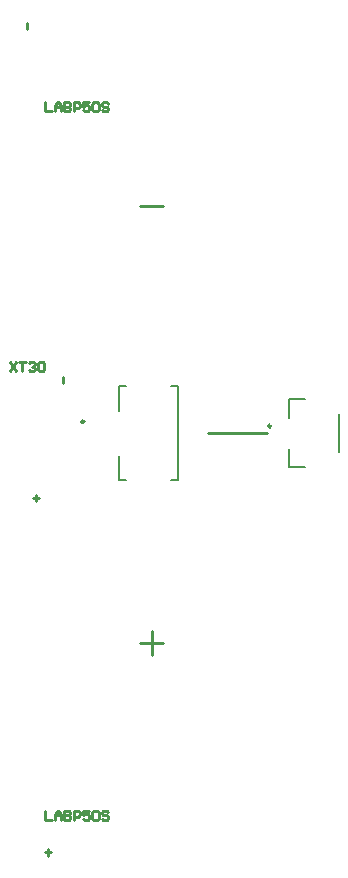
<source format=gto>
G04*
G04 #@! TF.GenerationSoftware,Altium Limited,Altium Designer,24.9.1 (31)*
G04*
G04 Layer_Color=65535*
%FSLAX44Y44*%
%MOMM*%
G71*
G04*
G04 #@! TF.SameCoordinates,B8B67402-8590-40DF-8F2E-53978CF21371*
G04*
G04*
G04 #@! TF.FilePolarity,Positive*
G04*
G01*
G75*
%ADD10C,0.2500*%
%ADD11C,0.2000*%
%ADD12C,0.2540*%
D10*
X-524500Y490000D02*
G03*
X-524500Y490000I-1250J0D01*
G01*
X-366250Y486250D02*
G03*
X-366250Y486250I-1250J0D01*
G01*
D11*
X-451250Y519750D02*
X-445000D01*
X-495000D02*
X-488750D01*
X-495000Y440250D02*
Y461250D01*
Y498750D02*
Y519750D01*
X-451250Y440250D02*
X-445000D01*
X-495000D02*
X-488750D01*
X-445000D02*
Y519750D01*
X-351250Y451250D02*
X-337500D01*
X-308750Y464000D02*
Y496000D01*
X-351250Y508750D02*
X-337500D01*
X-351250Y493000D02*
Y508750D01*
Y451250D02*
Y467000D01*
D12*
X-420000Y480000D02*
X-370000D01*
X-572540Y822540D02*
Y827872D01*
X-555206Y122540D02*
Y127872D01*
X-557872Y125206D02*
X-552540D01*
X-542540Y522540D02*
Y527872D01*
X-565206Y422540D02*
Y427872D01*
X-567872Y425206D02*
X-562540D01*
X-587460Y540537D02*
X-582128Y532540D01*
Y540537D02*
X-587460Y532540D01*
X-579463Y540537D02*
X-574131D01*
X-576797D01*
Y532540D01*
X-571465Y539204D02*
X-570132Y540537D01*
X-567466D01*
X-566133Y539204D01*
Y537872D01*
X-567466Y536539D01*
X-568799D01*
X-567466D01*
X-566133Y535206D01*
Y533873D01*
X-567466Y532540D01*
X-570132D01*
X-571465Y533873D01*
X-563468Y539204D02*
X-562135Y540537D01*
X-559469D01*
X-558136Y539204D01*
Y533873D01*
X-559469Y532540D01*
X-562135D01*
X-563468Y533873D01*
Y539204D01*
X-557460Y160537D02*
Y152540D01*
X-552128D01*
X-549463D02*
Y157872D01*
X-546797Y160537D01*
X-544131Y157872D01*
Y152540D01*
Y156539D01*
X-549463D01*
X-541465Y160537D02*
Y152540D01*
X-537466D01*
X-536133Y153873D01*
Y155206D01*
X-537466Y156539D01*
X-541465D01*
X-537466D01*
X-536133Y157872D01*
Y159205D01*
X-537466Y160537D01*
X-541465D01*
X-533468Y152540D02*
Y160537D01*
X-529469D01*
X-528136Y159205D01*
Y156539D01*
X-529469Y155206D01*
X-533468D01*
X-520139Y160537D02*
X-525470D01*
Y156539D01*
X-522804Y157872D01*
X-521472D01*
X-520139Y156539D01*
Y153873D01*
X-521472Y152540D01*
X-524137D01*
X-525470Y153873D01*
X-517473Y159205D02*
X-516140Y160537D01*
X-513474D01*
X-512141Y159205D01*
Y153873D01*
X-513474Y152540D01*
X-516140D01*
X-517473Y153873D01*
Y159205D01*
X-504144D02*
X-505477Y160537D01*
X-508143D01*
X-509476Y159205D01*
Y157872D01*
X-508143Y156539D01*
X-505477D01*
X-504144Y155206D01*
Y153873D01*
X-505477Y152540D01*
X-508143D01*
X-509476Y153873D01*
X-557460Y760537D02*
Y752540D01*
X-552128D01*
X-549463D02*
Y757872D01*
X-546797Y760537D01*
X-544131Y757872D01*
Y752540D01*
Y756539D01*
X-549463D01*
X-541465Y760537D02*
Y752540D01*
X-537466D01*
X-536133Y753873D01*
Y755206D01*
X-537466Y756539D01*
X-541465D01*
X-537466D01*
X-536133Y757872D01*
Y759204D01*
X-537466Y760537D01*
X-541465D01*
X-533468Y752540D02*
Y760537D01*
X-529469D01*
X-528136Y759204D01*
Y756539D01*
X-529469Y755206D01*
X-533468D01*
X-520139Y760537D02*
X-525470D01*
Y756539D01*
X-522804Y757872D01*
X-521472D01*
X-520139Y756539D01*
Y753873D01*
X-521472Y752540D01*
X-524137D01*
X-525470Y753873D01*
X-517473Y759204D02*
X-516140Y760537D01*
X-513474D01*
X-512141Y759204D01*
Y753873D01*
X-513474Y752540D01*
X-516140D01*
X-517473Y753873D01*
Y759204D01*
X-504144D02*
X-505477Y760537D01*
X-508143D01*
X-509476Y759204D01*
Y757872D01*
X-508143Y756539D01*
X-505477D01*
X-504144Y755206D01*
Y753873D01*
X-505477Y752540D01*
X-508143D01*
X-509476Y753873D01*
X-477460Y672540D02*
X-457467D01*
X-477460Y302537D02*
X-457467D01*
X-467463Y312533D02*
Y292540D01*
M02*

</source>
